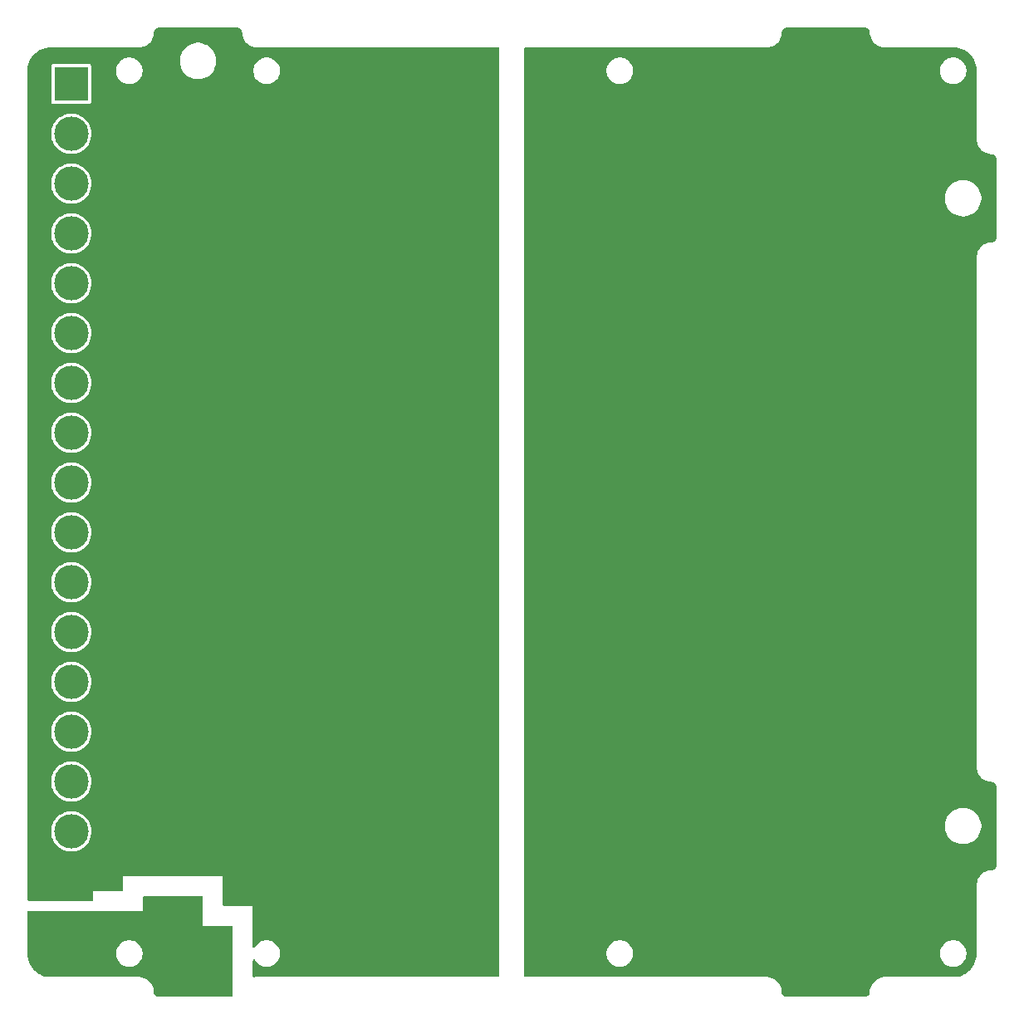
<source format=gbr>
%TF.GenerationSoftware,KiCad,Pcbnew,8.0.3-8.0.3-0~ubuntu22.04.1*%
%TF.CreationDate,2024-10-28T11:08:21+03:00*%
%TF.ProjectId,PM-DI16-DC24sink,504d2d44-4931-4362-9d44-43323473696e,rev?*%
%TF.SameCoordinates,Original*%
%TF.FileFunction,Copper,L2,Bot*%
%TF.FilePolarity,Positive*%
%FSLAX46Y46*%
G04 Gerber Fmt 4.6, Leading zero omitted, Abs format (unit mm)*
G04 Created by KiCad (PCBNEW 8.0.3-8.0.3-0~ubuntu22.04.1) date 2024-10-28 11:08:21*
%MOMM*%
%LPD*%
G01*
G04 APERTURE LIST*
%TA.AperFunction,ComponentPad*%
%ADD10O,6.350000X6.350000*%
%TD*%
%TA.AperFunction,ComponentPad*%
%ADD11R,3.500000X3.500000*%
%TD*%
%TA.AperFunction,ComponentPad*%
%ADD12C,3.500000*%
%TD*%
%TA.AperFunction,ViaPad*%
%ADD13C,0.600000*%
%TD*%
G04 APERTURE END LIST*
D10*
%TO.P,PE1,1*%
%TO.N,PE*%
X-32000000Y-46000000D03*
%TD*%
D11*
%TO.P,J1,1,Pin_1*%
%TO.N,/a0.0*%
X-44920000Y43650000D03*
D12*
%TO.P,J1,2,Pin_2*%
%TO.N,/a0.1*%
X-44920000Y38570000D03*
%TO.P,J1,3,Pin_3*%
%TO.N,/a0.2*%
X-44920000Y33490000D03*
%TO.P,J1,4,Pin_4*%
%TO.N,/a0.3*%
X-44920000Y28410000D03*
%TO.P,J1,5,Pin_5*%
%TO.N,/a0.4*%
X-44920000Y23330000D03*
%TO.P,J1,6,Pin_6*%
%TO.N,/a0.5*%
X-44920000Y18250000D03*
%TO.P,J1,7,Pin_7*%
%TO.N,/a0.6*%
X-44920000Y13170000D03*
%TO.P,J1,8,Pin_8*%
%TO.N,/a0.7*%
X-44920000Y8090000D03*
%TO.P,J1,9,Pin_9*%
%TO.N,/b0.0*%
X-44920000Y3010000D03*
%TO.P,J1,10,Pin_10*%
%TO.N,/b0.1*%
X-44920000Y-2070000D03*
%TO.P,J1,11,Pin_11*%
%TO.N,/b0.2*%
X-44920000Y-7150000D03*
%TO.P,J1,12,Pin_12*%
%TO.N,/b0.3*%
X-44920000Y-12230000D03*
%TO.P,J1,13,Pin_13*%
%TO.N,/b0.4*%
X-44920000Y-17310000D03*
%TO.P,J1,14,Pin_14*%
%TO.N,/b0.5*%
X-44920000Y-22390000D03*
%TO.P,J1,15,Pin_15*%
%TO.N,/b0.6*%
X-44920000Y-27470000D03*
%TO.P,J1,16,Pin_16*%
%TO.N,/b0.7*%
X-44920000Y-32550000D03*
%TO.P,J1,17,Pin_17*%
%TO.N,FGND*%
X-44920000Y-37630000D03*
%TO.P,J1,18,Pin_18*%
%TO.N,PE*%
X-44920000Y-42710000D03*
%TD*%
D13*
%TO.N,GND*%
X4193600Y7353400D03*
X4154100Y-17462500D03*
X27977900Y25281500D03*
X3951700Y-2366500D03*
X7620000Y15622700D03*
X3951700Y-22670000D03*
X12700000Y28135100D03*
X7620000Y-22660900D03*
X14108800Y37106800D03*
X7620000Y38317500D03*
X4161300Y27832100D03*
X4245900Y-37728800D03*
X11271300Y-33747600D03*
X27968100Y-34447000D03*
X12700000Y-12479700D03*
X3951700Y-32838800D03*
X7620000Y28131700D03*
X7620000Y7831700D03*
X9033000Y-3745400D03*
X3951700Y38285600D03*
X7620000Y-12489200D03*
X4155900Y2858200D03*
X38735000Y-3110700D03*
X4160500Y-7511300D03*
X44631200Y4818300D03*
X4199900Y17513700D03*
X38142200Y25458300D03*
X4154600Y-27825400D03*
X12700000Y15626100D03*
X12700000Y7830600D03*
X12700000Y-22640400D03*
X4153200Y22976000D03*
X12700000Y-2351300D03*
X6555400Y-32932900D03*
X4164200Y33298300D03*
X4168700Y-13038200D03*
X4179800Y12985000D03*
%TD*%
%TA.AperFunction,Conductor*%
%TO.N,PE*%
G36*
X-31552961Y-39135685D02*
G01*
X-31507206Y-39188489D01*
X-31496000Y-39240000D01*
X-31496000Y-42164000D01*
X-28572000Y-42164000D01*
X-28504961Y-42183685D01*
X-28459206Y-42236489D01*
X-28448000Y-42288000D01*
X-28448000Y-49275500D01*
X-28467685Y-49342539D01*
X-28520489Y-49388294D01*
X-28572000Y-49399500D01*
X-35993038Y-49399500D01*
X-36006922Y-49398720D01*
X-36019447Y-49397308D01*
X-36097265Y-49388540D01*
X-36124334Y-49382362D01*
X-36203538Y-49354648D01*
X-36228556Y-49342600D01*
X-36299605Y-49297957D01*
X-36321314Y-49280644D01*
X-36380645Y-49221313D01*
X-36397958Y-49199604D01*
X-36442601Y-49128555D01*
X-36454649Y-49103537D01*
X-36482363Y-49024333D01*
X-36488541Y-48997263D01*
X-36498720Y-48906922D01*
X-36499500Y-48893038D01*
X-36499500Y-48792683D01*
X-36499500Y-48792682D01*
X-36530046Y-48580231D01*
X-36590516Y-48374290D01*
X-36590517Y-48374288D01*
X-36590518Y-48374284D01*
X-36679673Y-48179061D01*
X-36679680Y-48179048D01*
X-36772880Y-48034026D01*
X-36795719Y-47998487D01*
X-36828828Y-47960277D01*
X-36936276Y-47836275D01*
X-37098486Y-47695720D01*
X-37098487Y-47695719D01*
X-37175366Y-47646312D01*
X-37279049Y-47579679D01*
X-37279062Y-47579672D01*
X-37474285Y-47490517D01*
X-37680226Y-47430047D01*
X-37680236Y-47430044D01*
X-37871246Y-47402582D01*
X-37892682Y-47399500D01*
X-37892683Y-47399500D01*
X-46996249Y-47399500D01*
X-47003736Y-47399274D01*
X-47281742Y-47382457D01*
X-47296606Y-47380652D01*
X-47566863Y-47331126D01*
X-47581403Y-47327542D01*
X-47843710Y-47245803D01*
X-47857710Y-47240494D01*
X-48108265Y-47127729D01*
X-48121524Y-47120770D01*
X-48356653Y-46978630D01*
X-48368976Y-46970124D01*
X-48585262Y-46800675D01*
X-48596470Y-46790745D01*
X-48790746Y-46596469D01*
X-48800676Y-46585261D01*
X-48970125Y-46368975D01*
X-48978627Y-46356658D01*
X-49120772Y-46121522D01*
X-49127730Y-46108264D01*
X-49240496Y-45857706D01*
X-49245804Y-45843709D01*
X-49327543Y-45581402D01*
X-49331127Y-45566862D01*
X-49340006Y-45518412D01*
X-49380653Y-45296605D01*
X-49382458Y-45281741D01*
X-49399274Y-45003736D01*
X-49399500Y-44996249D01*
X-49399500Y-44893713D01*
X-40350500Y-44893713D01*
X-40350500Y-45106286D01*
X-40317247Y-45316239D01*
X-40251556Y-45518414D01*
X-40155049Y-45707820D01*
X-40030110Y-45879786D01*
X-39879787Y-46030109D01*
X-39707821Y-46155048D01*
X-39707819Y-46155049D01*
X-39707816Y-46155051D01*
X-39518412Y-46251557D01*
X-39316243Y-46317246D01*
X-39106287Y-46350500D01*
X-39106286Y-46350500D01*
X-38893714Y-46350500D01*
X-38893713Y-46350500D01*
X-38683757Y-46317246D01*
X-38481588Y-46251557D01*
X-38292184Y-46155051D01*
X-38227787Y-46108264D01*
X-38120214Y-46030109D01*
X-38120212Y-46030106D01*
X-38120208Y-46030104D01*
X-37969896Y-45879792D01*
X-37969894Y-45879788D01*
X-37969891Y-45879786D01*
X-37844952Y-45707820D01*
X-37844953Y-45707820D01*
X-37844949Y-45707816D01*
X-37748443Y-45518412D01*
X-37682754Y-45316243D01*
X-37649500Y-45106287D01*
X-37649500Y-44893713D01*
X-37682754Y-44683757D01*
X-37748443Y-44481588D01*
X-37844949Y-44292184D01*
X-37844951Y-44292181D01*
X-37844952Y-44292179D01*
X-37969891Y-44120213D01*
X-38120214Y-43969890D01*
X-38292180Y-43844951D01*
X-38481586Y-43748444D01*
X-38481587Y-43748443D01*
X-38481588Y-43748443D01*
X-38683757Y-43682754D01*
X-38683759Y-43682753D01*
X-38683760Y-43682753D01*
X-38845043Y-43657208D01*
X-38893713Y-43649500D01*
X-39106287Y-43649500D01*
X-39154958Y-43657208D01*
X-39316240Y-43682753D01*
X-39518415Y-43748444D01*
X-39707821Y-43844951D01*
X-39879787Y-43969890D01*
X-40030110Y-44120213D01*
X-40155049Y-44292179D01*
X-40251556Y-44481585D01*
X-40317247Y-44683760D01*
X-40350500Y-44893713D01*
X-49399500Y-44893713D01*
X-49399500Y-40764000D01*
X-49379815Y-40696961D01*
X-49327011Y-40651206D01*
X-49275500Y-40640000D01*
X-37592000Y-40640000D01*
X-37592000Y-39240000D01*
X-37572315Y-39172961D01*
X-37519511Y-39127206D01*
X-37468000Y-39116000D01*
X-31620000Y-39116000D01*
X-31552961Y-39135685D01*
G37*
%TD.AperFunction*%
%TD*%
%TA.AperFunction,Conductor*%
%TO.N,FGND*%
G36*
X-27993078Y49398720D02*
G01*
X-27902734Y49388541D01*
X-27875669Y49382364D01*
X-27796460Y49354648D01*
X-27771447Y49342602D01*
X-27700394Y49297957D01*
X-27678687Y49280645D01*
X-27619356Y49221314D01*
X-27602043Y49199605D01*
X-27557400Y49128556D01*
X-27545352Y49103538D01*
X-27517638Y49024334D01*
X-27511460Y48997265D01*
X-27501280Y48906924D01*
X-27500500Y48893039D01*
X-27500500Y48792683D01*
X-27469956Y48580236D01*
X-27469953Y48580226D01*
X-27409483Y48374285D01*
X-27320328Y48179062D01*
X-27320321Y48179049D01*
X-27204280Y47998486D01*
X-27063725Y47836276D01*
X-27043600Y47818838D01*
X-26901513Y47695719D01*
X-26772469Y47612789D01*
X-26720952Y47579680D01*
X-26720939Y47579673D01*
X-26525716Y47490518D01*
X-26525712Y47490517D01*
X-26525710Y47490516D01*
X-26319769Y47430046D01*
X-26319768Y47430046D01*
X-26319765Y47430045D01*
X-26256416Y47420938D01*
X-26107318Y47399500D01*
X-26107317Y47399500D01*
X-1394000Y47399500D01*
X-1326961Y47379815D01*
X-1281206Y47327011D01*
X-1270000Y47275500D01*
X-1270000Y-47275500D01*
X-1289685Y-47342539D01*
X-1342489Y-47388294D01*
X-1394000Y-47399500D01*
X-26107320Y-47399500D01*
X-26274354Y-47423515D01*
X-26343512Y-47413571D01*
X-26396316Y-47367816D01*
X-26416000Y-47300777D01*
X-26416000Y-45712172D01*
X-26396315Y-45645133D01*
X-26343511Y-45599378D01*
X-26274353Y-45589434D01*
X-26210797Y-45618459D01*
X-26181515Y-45655877D01*
X-26155049Y-45707820D01*
X-26030110Y-45879786D01*
X-25879787Y-46030109D01*
X-25707821Y-46155048D01*
X-25707819Y-46155049D01*
X-25707816Y-46155051D01*
X-25518412Y-46251557D01*
X-25316243Y-46317246D01*
X-25106287Y-46350500D01*
X-25106286Y-46350500D01*
X-24893714Y-46350500D01*
X-24893713Y-46350500D01*
X-24683757Y-46317246D01*
X-24481588Y-46251557D01*
X-24292184Y-46155051D01*
X-24237200Y-46115103D01*
X-24120214Y-46030109D01*
X-24120212Y-46030106D01*
X-24120208Y-46030104D01*
X-23969896Y-45879792D01*
X-23969894Y-45879788D01*
X-23969891Y-45879786D01*
X-23844952Y-45707820D01*
X-23844953Y-45707820D01*
X-23844949Y-45707816D01*
X-23748443Y-45518412D01*
X-23682754Y-45316243D01*
X-23649500Y-45106287D01*
X-23649500Y-44893713D01*
X-23682754Y-44683757D01*
X-23748443Y-44481588D01*
X-23844949Y-44292184D01*
X-23844951Y-44292181D01*
X-23844952Y-44292179D01*
X-23969891Y-44120213D01*
X-24120214Y-43969890D01*
X-24292180Y-43844951D01*
X-24481586Y-43748444D01*
X-24481587Y-43748443D01*
X-24481588Y-43748443D01*
X-24683757Y-43682754D01*
X-24683759Y-43682753D01*
X-24683760Y-43682753D01*
X-24845043Y-43657208D01*
X-24893713Y-43649500D01*
X-25106287Y-43649500D01*
X-25154958Y-43657208D01*
X-25316240Y-43682753D01*
X-25518415Y-43748444D01*
X-25707821Y-43844951D01*
X-25879787Y-43969890D01*
X-26030110Y-44120213D01*
X-26155052Y-44292184D01*
X-26155053Y-44292185D01*
X-26181516Y-44344122D01*
X-26229490Y-44394918D01*
X-26297311Y-44411713D01*
X-26363446Y-44389175D01*
X-26406897Y-44334460D01*
X-26416000Y-44287827D01*
X-26416000Y-40132000D01*
X-29340000Y-40132000D01*
X-29407039Y-40112315D01*
X-29452794Y-40059511D01*
X-29464000Y-40008000D01*
X-29464000Y-37084000D01*
X-39624000Y-37084000D01*
X-39624000Y-38484000D01*
X-39643685Y-38551039D01*
X-39696489Y-38596794D01*
X-39748000Y-38608000D01*
X-42672000Y-38608000D01*
X-42672000Y-39500000D01*
X-42691685Y-39567039D01*
X-42744489Y-39612794D01*
X-42796000Y-39624000D01*
X-49275500Y-39624000D01*
X-49342539Y-39604315D01*
X-49388294Y-39551511D01*
X-49399500Y-39500000D01*
X-49399500Y-32550000D01*
X-46975291Y-32550000D01*
X-46956149Y-32829862D01*
X-46956148Y-32829864D01*
X-46899079Y-33104499D01*
X-46899074Y-33104516D01*
X-46805137Y-33368828D01*
X-46805136Y-33368830D01*
X-46676081Y-33617896D01*
X-46514312Y-33847069D01*
X-46514308Y-33847073D01*
X-46514308Y-33847074D01*
X-46322846Y-34052080D01*
X-46322845Y-34052081D01*
X-46105246Y-34229111D01*
X-46105244Y-34229112D01*
X-46105243Y-34229113D01*
X-45865567Y-34374863D01*
X-45656743Y-34465567D01*
X-45608275Y-34486620D01*
X-45338161Y-34562303D01*
X-45093841Y-34595884D01*
X-45060259Y-34600500D01*
X-45060258Y-34600500D01*
X-44779741Y-34600500D01*
X-44749781Y-34596381D01*
X-44501839Y-34562303D01*
X-44231725Y-34486620D01*
X-43974432Y-34374862D01*
X-43734754Y-34229111D01*
X-43517155Y-34052081D01*
X-43325688Y-33847069D01*
X-43163919Y-33617896D01*
X-43034864Y-33368830D01*
X-42940925Y-33104511D01*
X-42940924Y-33104504D01*
X-42940922Y-33104499D01*
X-42914429Y-32977005D01*
X-42883852Y-32829862D01*
X-42864709Y-32550000D01*
X-42883852Y-32270138D01*
X-42903557Y-32175315D01*
X-42940922Y-31995500D01*
X-42940927Y-31995483D01*
X-43034864Y-31731171D01*
X-43034864Y-31731170D01*
X-43163919Y-31482104D01*
X-43325688Y-31252931D01*
X-43325693Y-31252925D01*
X-43517155Y-31047919D01*
X-43734758Y-30870886D01*
X-43974434Y-30725136D01*
X-44231724Y-30613380D01*
X-44501834Y-30537698D01*
X-44501838Y-30537697D01*
X-44501839Y-30537697D01*
X-44640791Y-30518598D01*
X-44779741Y-30499500D01*
X-44779742Y-30499500D01*
X-45060258Y-30499500D01*
X-45060259Y-30499500D01*
X-45338161Y-30537697D01*
X-45338167Y-30537698D01*
X-45608277Y-30613380D01*
X-45865567Y-30725136D01*
X-46105243Y-30870886D01*
X-46322846Y-31047919D01*
X-46514308Y-31252925D01*
X-46514308Y-31252926D01*
X-46676081Y-31482103D01*
X-46805137Y-31731171D01*
X-46899074Y-31995483D01*
X-46899079Y-31995500D01*
X-46956148Y-32270135D01*
X-46956149Y-32270137D01*
X-46975291Y-32550000D01*
X-49399500Y-32550000D01*
X-49399500Y-27470000D01*
X-46975291Y-27470000D01*
X-46956149Y-27749862D01*
X-46956148Y-27749864D01*
X-46899079Y-28024499D01*
X-46899074Y-28024516D01*
X-46805137Y-28288828D01*
X-46805136Y-28288830D01*
X-46676081Y-28537896D01*
X-46514312Y-28767069D01*
X-46514308Y-28767073D01*
X-46514308Y-28767074D01*
X-46322846Y-28972080D01*
X-46322845Y-28972081D01*
X-46105246Y-29149111D01*
X-46105244Y-29149112D01*
X-46105243Y-29149113D01*
X-45865567Y-29294863D01*
X-45656743Y-29385567D01*
X-45608275Y-29406620D01*
X-45338161Y-29482303D01*
X-45093841Y-29515884D01*
X-45060259Y-29520500D01*
X-45060258Y-29520500D01*
X-44779741Y-29520500D01*
X-44749781Y-29516381D01*
X-44501839Y-29482303D01*
X-44231725Y-29406620D01*
X-43974432Y-29294862D01*
X-43734754Y-29149111D01*
X-43517155Y-28972081D01*
X-43325688Y-28767069D01*
X-43163919Y-28537896D01*
X-43034864Y-28288830D01*
X-42940925Y-28024511D01*
X-42940924Y-28024504D01*
X-42940922Y-28024499D01*
X-42914429Y-27897005D01*
X-42883852Y-27749862D01*
X-42864709Y-27470000D01*
X-42883852Y-27190138D01*
X-42903557Y-27095315D01*
X-42940922Y-26915500D01*
X-42940927Y-26915483D01*
X-43034864Y-26651171D01*
X-43034864Y-26651170D01*
X-43163919Y-26402104D01*
X-43325688Y-26172931D01*
X-43325693Y-26172925D01*
X-43517155Y-25967919D01*
X-43734758Y-25790886D01*
X-43974434Y-25645136D01*
X-44231724Y-25533380D01*
X-44501834Y-25457698D01*
X-44501838Y-25457697D01*
X-44501839Y-25457697D01*
X-44640791Y-25438598D01*
X-44779741Y-25419500D01*
X-44779742Y-25419500D01*
X-45060258Y-25419500D01*
X-45060259Y-25419500D01*
X-45338161Y-25457697D01*
X-45338167Y-25457698D01*
X-45608277Y-25533380D01*
X-45865567Y-25645136D01*
X-46105243Y-25790886D01*
X-46322846Y-25967919D01*
X-46514308Y-26172925D01*
X-46514308Y-26172926D01*
X-46676081Y-26402103D01*
X-46805137Y-26651171D01*
X-46899074Y-26915483D01*
X-46899079Y-26915500D01*
X-46956148Y-27190135D01*
X-46956149Y-27190137D01*
X-46975291Y-27470000D01*
X-49399500Y-27470000D01*
X-49399500Y-22390000D01*
X-46975291Y-22390000D01*
X-46956149Y-22669862D01*
X-46956148Y-22669864D01*
X-46899079Y-22944499D01*
X-46899074Y-22944516D01*
X-46805137Y-23208828D01*
X-46805136Y-23208830D01*
X-46676081Y-23457896D01*
X-46514312Y-23687069D01*
X-46514308Y-23687073D01*
X-46514308Y-23687074D01*
X-46322846Y-23892080D01*
X-46322845Y-23892081D01*
X-46105246Y-24069111D01*
X-46105244Y-24069112D01*
X-46105243Y-24069113D01*
X-45865567Y-24214863D01*
X-45656743Y-24305567D01*
X-45608275Y-24326620D01*
X-45338161Y-24402303D01*
X-45093841Y-24435884D01*
X-45060259Y-24440500D01*
X-45060258Y-24440500D01*
X-44779741Y-24440500D01*
X-44749781Y-24436381D01*
X-44501839Y-24402303D01*
X-44231725Y-24326620D01*
X-43974432Y-24214862D01*
X-43734754Y-24069111D01*
X-43517155Y-23892081D01*
X-43325688Y-23687069D01*
X-43163919Y-23457896D01*
X-43034864Y-23208830D01*
X-42940925Y-22944511D01*
X-42940924Y-22944504D01*
X-42940922Y-22944499D01*
X-42914429Y-22817005D01*
X-42883852Y-22669862D01*
X-42864709Y-22390000D01*
X-42883852Y-22110138D01*
X-42903557Y-22015315D01*
X-42940922Y-21835500D01*
X-42940927Y-21835483D01*
X-43034864Y-21571171D01*
X-43034864Y-21571170D01*
X-43163919Y-21322104D01*
X-43325688Y-21092931D01*
X-43325693Y-21092925D01*
X-43517155Y-20887919D01*
X-43734758Y-20710886D01*
X-43974434Y-20565136D01*
X-44231724Y-20453380D01*
X-44501834Y-20377698D01*
X-44501838Y-20377697D01*
X-44501839Y-20377697D01*
X-44640791Y-20358598D01*
X-44779741Y-20339500D01*
X-44779742Y-20339500D01*
X-45060258Y-20339500D01*
X-45060259Y-20339500D01*
X-45338161Y-20377697D01*
X-45338167Y-20377698D01*
X-45608277Y-20453380D01*
X-45865567Y-20565136D01*
X-46105243Y-20710886D01*
X-46322846Y-20887919D01*
X-46514308Y-21092925D01*
X-46514308Y-21092926D01*
X-46676081Y-21322103D01*
X-46805137Y-21571171D01*
X-46899074Y-21835483D01*
X-46899079Y-21835500D01*
X-46956148Y-22110135D01*
X-46956149Y-22110137D01*
X-46975291Y-22390000D01*
X-49399500Y-22390000D01*
X-49399500Y-17310000D01*
X-46975291Y-17310000D01*
X-46956149Y-17589862D01*
X-46956148Y-17589864D01*
X-46899079Y-17864499D01*
X-46899074Y-17864516D01*
X-46805137Y-18128828D01*
X-46805136Y-18128830D01*
X-46676081Y-18377896D01*
X-46514312Y-18607069D01*
X-46514308Y-18607073D01*
X-46514308Y-18607074D01*
X-46322846Y-18812080D01*
X-46322845Y-18812081D01*
X-46105246Y-18989111D01*
X-46105244Y-18989112D01*
X-46105243Y-18989113D01*
X-45865567Y-19134863D01*
X-45656743Y-19225567D01*
X-45608275Y-19246620D01*
X-45338161Y-19322303D01*
X-45093841Y-19355884D01*
X-45060259Y-19360500D01*
X-45060258Y-19360500D01*
X-44779741Y-19360500D01*
X-44749781Y-19356381D01*
X-44501839Y-19322303D01*
X-44231725Y-19246620D01*
X-43974432Y-19134862D01*
X-43734754Y-18989111D01*
X-43517155Y-18812081D01*
X-43325688Y-18607069D01*
X-43163919Y-18377896D01*
X-43034864Y-18128830D01*
X-42940925Y-17864511D01*
X-42940924Y-17864504D01*
X-42940922Y-17864499D01*
X-42914429Y-17737005D01*
X-42883852Y-17589862D01*
X-42864709Y-17310000D01*
X-42883852Y-17030138D01*
X-42903557Y-16935315D01*
X-42940922Y-16755500D01*
X-42940927Y-16755483D01*
X-43034864Y-16491171D01*
X-43034864Y-16491170D01*
X-43163919Y-16242104D01*
X-43325688Y-16012931D01*
X-43325693Y-16012925D01*
X-43517155Y-15807919D01*
X-43734758Y-15630886D01*
X-43974434Y-15485136D01*
X-44231724Y-15373380D01*
X-44501834Y-15297698D01*
X-44501838Y-15297697D01*
X-44501839Y-15297697D01*
X-44640791Y-15278598D01*
X-44779741Y-15259500D01*
X-44779742Y-15259500D01*
X-45060258Y-15259500D01*
X-45060259Y-15259500D01*
X-45338161Y-15297697D01*
X-45338167Y-15297698D01*
X-45608277Y-15373380D01*
X-45865567Y-15485136D01*
X-46105243Y-15630886D01*
X-46322846Y-15807919D01*
X-46514308Y-16012925D01*
X-46514308Y-16012926D01*
X-46676081Y-16242103D01*
X-46805137Y-16491171D01*
X-46899074Y-16755483D01*
X-46899079Y-16755500D01*
X-46956148Y-17030135D01*
X-46956149Y-17030137D01*
X-46975291Y-17310000D01*
X-49399500Y-17310000D01*
X-49399500Y-12230000D01*
X-46975291Y-12230000D01*
X-46956149Y-12509862D01*
X-46956148Y-12509864D01*
X-46899079Y-12784499D01*
X-46899074Y-12784516D01*
X-46805137Y-13048828D01*
X-46805136Y-13048830D01*
X-46676081Y-13297896D01*
X-46514312Y-13527069D01*
X-46514308Y-13527073D01*
X-46514308Y-13527074D01*
X-46322846Y-13732080D01*
X-46322845Y-13732081D01*
X-46105246Y-13909111D01*
X-46105244Y-13909112D01*
X-46105243Y-13909113D01*
X-45865567Y-14054863D01*
X-45656743Y-14145567D01*
X-45608275Y-14166620D01*
X-45338161Y-14242303D01*
X-45093841Y-14275884D01*
X-45060259Y-14280500D01*
X-45060258Y-14280500D01*
X-44779741Y-14280500D01*
X-44749781Y-14276381D01*
X-44501839Y-14242303D01*
X-44231725Y-14166620D01*
X-43974432Y-14054862D01*
X-43734754Y-13909111D01*
X-43517155Y-13732081D01*
X-43325688Y-13527069D01*
X-43163919Y-13297896D01*
X-43034864Y-13048830D01*
X-42940925Y-12784511D01*
X-42940924Y-12784504D01*
X-42940922Y-12784499D01*
X-42914429Y-12657005D01*
X-42883852Y-12509862D01*
X-42864709Y-12230000D01*
X-42883852Y-11950138D01*
X-42903557Y-11855315D01*
X-42940922Y-11675500D01*
X-42940927Y-11675483D01*
X-43034864Y-11411171D01*
X-43034864Y-11411170D01*
X-43163919Y-11162104D01*
X-43325688Y-10932931D01*
X-43325693Y-10932925D01*
X-43517155Y-10727919D01*
X-43734758Y-10550886D01*
X-43974434Y-10405136D01*
X-44231724Y-10293380D01*
X-44501834Y-10217698D01*
X-44501838Y-10217697D01*
X-44501839Y-10217697D01*
X-44640791Y-10198598D01*
X-44779741Y-10179500D01*
X-44779742Y-10179500D01*
X-45060258Y-10179500D01*
X-45060259Y-10179500D01*
X-45338161Y-10217697D01*
X-45338167Y-10217698D01*
X-45608277Y-10293380D01*
X-45865567Y-10405136D01*
X-46105243Y-10550886D01*
X-46322846Y-10727919D01*
X-46514308Y-10932925D01*
X-46514308Y-10932926D01*
X-46676081Y-11162103D01*
X-46805137Y-11411171D01*
X-46899074Y-11675483D01*
X-46899079Y-11675500D01*
X-46956148Y-11950135D01*
X-46956149Y-11950137D01*
X-46975291Y-12230000D01*
X-49399500Y-12230000D01*
X-49399500Y-7150000D01*
X-46975291Y-7150000D01*
X-46956149Y-7429862D01*
X-46956148Y-7429864D01*
X-46899079Y-7704499D01*
X-46899074Y-7704516D01*
X-46805137Y-7968828D01*
X-46805136Y-7968830D01*
X-46676081Y-8217896D01*
X-46514312Y-8447069D01*
X-46514308Y-8447073D01*
X-46514308Y-8447074D01*
X-46322846Y-8652080D01*
X-46322845Y-8652081D01*
X-46105246Y-8829111D01*
X-46105244Y-8829112D01*
X-46105243Y-8829113D01*
X-45865567Y-8974863D01*
X-45656743Y-9065567D01*
X-45608275Y-9086620D01*
X-45338161Y-9162303D01*
X-45093841Y-9195884D01*
X-45060259Y-9200500D01*
X-45060258Y-9200500D01*
X-44779741Y-9200500D01*
X-44749781Y-9196381D01*
X-44501839Y-9162303D01*
X-44231725Y-9086620D01*
X-43974432Y-8974862D01*
X-43734754Y-8829111D01*
X-43517155Y-8652081D01*
X-43325688Y-8447069D01*
X-43163919Y-8217896D01*
X-43034864Y-7968830D01*
X-42940925Y-7704511D01*
X-42940924Y-7704504D01*
X-42940922Y-7704499D01*
X-42914429Y-7577005D01*
X-42883852Y-7429862D01*
X-42864709Y-7150000D01*
X-42883852Y-6870138D01*
X-42903557Y-6775315D01*
X-42940922Y-6595500D01*
X-42940927Y-6595483D01*
X-43034864Y-6331171D01*
X-43034864Y-6331170D01*
X-43163919Y-6082104D01*
X-43325688Y-5852931D01*
X-43325693Y-5852925D01*
X-43517155Y-5647919D01*
X-43734758Y-5470886D01*
X-43974434Y-5325136D01*
X-44231724Y-5213380D01*
X-44501834Y-5137698D01*
X-44501838Y-5137697D01*
X-44501839Y-5137697D01*
X-44640791Y-5118598D01*
X-44779741Y-5099500D01*
X-44779742Y-5099500D01*
X-45060258Y-5099500D01*
X-45060259Y-5099500D01*
X-45338161Y-5137697D01*
X-45338167Y-5137698D01*
X-45608277Y-5213380D01*
X-45865567Y-5325136D01*
X-46105243Y-5470886D01*
X-46322846Y-5647919D01*
X-46514308Y-5852925D01*
X-46514308Y-5852926D01*
X-46676081Y-6082103D01*
X-46805137Y-6331171D01*
X-46899074Y-6595483D01*
X-46899079Y-6595500D01*
X-46956148Y-6870135D01*
X-46956149Y-6870137D01*
X-46975291Y-7150000D01*
X-49399500Y-7150000D01*
X-49399500Y-2070000D01*
X-46975291Y-2070000D01*
X-46956149Y-2349862D01*
X-46956148Y-2349864D01*
X-46899079Y-2624499D01*
X-46899074Y-2624516D01*
X-46805137Y-2888828D01*
X-46805136Y-2888830D01*
X-46676081Y-3137896D01*
X-46514312Y-3367069D01*
X-46514308Y-3367073D01*
X-46514308Y-3367074D01*
X-46322846Y-3572080D01*
X-46322845Y-3572081D01*
X-46105246Y-3749111D01*
X-46105244Y-3749112D01*
X-46105243Y-3749113D01*
X-45865567Y-3894863D01*
X-45656743Y-3985567D01*
X-45608275Y-4006620D01*
X-45338161Y-4082303D01*
X-45093841Y-4115884D01*
X-45060259Y-4120500D01*
X-45060258Y-4120500D01*
X-44779741Y-4120500D01*
X-44749781Y-4116381D01*
X-44501839Y-4082303D01*
X-44231725Y-4006620D01*
X-43974432Y-3894862D01*
X-43734754Y-3749111D01*
X-43517155Y-3572081D01*
X-43325688Y-3367069D01*
X-43163919Y-3137896D01*
X-43034864Y-2888830D01*
X-42940925Y-2624511D01*
X-42940924Y-2624504D01*
X-42940922Y-2624499D01*
X-42914429Y-2497005D01*
X-42883852Y-2349862D01*
X-42864709Y-2070000D01*
X-42883852Y-1790138D01*
X-42903557Y-1695315D01*
X-42940922Y-1515500D01*
X-42940927Y-1515483D01*
X-43034864Y-1251171D01*
X-43034864Y-1251170D01*
X-43163919Y-1002104D01*
X-43325688Y-772931D01*
X-43325693Y-772925D01*
X-43517155Y-567919D01*
X-43734758Y-390886D01*
X-43974434Y-245136D01*
X-44231724Y-133380D01*
X-44501834Y-57698D01*
X-44501838Y-57697D01*
X-44501839Y-57697D01*
X-44640791Y-38598D01*
X-44779741Y-19500D01*
X-44779742Y-19500D01*
X-45060258Y-19500D01*
X-45060259Y-19500D01*
X-45338161Y-57697D01*
X-45338167Y-57698D01*
X-45608277Y-133380D01*
X-45865567Y-245136D01*
X-46105243Y-390886D01*
X-46322846Y-567919D01*
X-46514308Y-772925D01*
X-46514308Y-772926D01*
X-46676081Y-1002103D01*
X-46805137Y-1251171D01*
X-46899074Y-1515483D01*
X-46899079Y-1515500D01*
X-46956148Y-1790135D01*
X-46956149Y-1790137D01*
X-46975291Y-2070000D01*
X-49399500Y-2070000D01*
X-49399500Y3010000D01*
X-46975291Y3010000D01*
X-46956149Y2730138D01*
X-46956148Y2730136D01*
X-46899079Y2455501D01*
X-46899074Y2455484D01*
X-46805137Y2191172D01*
X-46805136Y2191170D01*
X-46676081Y1942104D01*
X-46514312Y1712931D01*
X-46514308Y1712927D01*
X-46514308Y1712926D01*
X-46322846Y1507920D01*
X-46322845Y1507919D01*
X-46105246Y1330889D01*
X-46105244Y1330888D01*
X-46105243Y1330887D01*
X-45865567Y1185137D01*
X-45656743Y1094433D01*
X-45608275Y1073380D01*
X-45338161Y997697D01*
X-45093841Y964116D01*
X-45060259Y959500D01*
X-45060258Y959500D01*
X-44779741Y959500D01*
X-44749781Y963619D01*
X-44501839Y997697D01*
X-44231725Y1073380D01*
X-43974432Y1185138D01*
X-43734754Y1330889D01*
X-43517155Y1507919D01*
X-43325688Y1712931D01*
X-43163919Y1942104D01*
X-43034864Y2191170D01*
X-42940925Y2455489D01*
X-42940924Y2455496D01*
X-42940922Y2455501D01*
X-42914429Y2582995D01*
X-42883852Y2730138D01*
X-42864709Y3010000D01*
X-42883852Y3289862D01*
X-42903557Y3384685D01*
X-42940922Y3564500D01*
X-42940927Y3564517D01*
X-43034864Y3828829D01*
X-43034864Y3828830D01*
X-43163919Y4077896D01*
X-43325688Y4307069D01*
X-43325693Y4307075D01*
X-43517155Y4512081D01*
X-43734758Y4689114D01*
X-43974434Y4834864D01*
X-44231724Y4946620D01*
X-44501834Y5022302D01*
X-44501838Y5022303D01*
X-44501839Y5022303D01*
X-44640791Y5041402D01*
X-44779741Y5060500D01*
X-44779742Y5060500D01*
X-45060258Y5060500D01*
X-45060259Y5060500D01*
X-45338161Y5022303D01*
X-45338167Y5022302D01*
X-45608277Y4946620D01*
X-45865567Y4834864D01*
X-46105243Y4689114D01*
X-46322846Y4512081D01*
X-46514308Y4307075D01*
X-46514308Y4307074D01*
X-46676081Y4077897D01*
X-46805137Y3828829D01*
X-46899074Y3564517D01*
X-46899079Y3564500D01*
X-46956148Y3289865D01*
X-46956149Y3289863D01*
X-46975291Y3010000D01*
X-49399500Y3010000D01*
X-49399500Y8090000D01*
X-46975291Y8090000D01*
X-46956149Y7810138D01*
X-46956148Y7810136D01*
X-46899079Y7535501D01*
X-46899074Y7535484D01*
X-46805137Y7271172D01*
X-46805136Y7271170D01*
X-46676081Y7022104D01*
X-46514312Y6792931D01*
X-46514308Y6792927D01*
X-46514308Y6792926D01*
X-46322846Y6587920D01*
X-46322845Y6587919D01*
X-46105246Y6410889D01*
X-46105244Y6410888D01*
X-46105243Y6410887D01*
X-45865567Y6265137D01*
X-45656743Y6174433D01*
X-45608275Y6153380D01*
X-45338161Y6077697D01*
X-45093841Y6044116D01*
X-45060259Y6039500D01*
X-45060258Y6039500D01*
X-44779741Y6039500D01*
X-44749781Y6043619D01*
X-44501839Y6077697D01*
X-44231725Y6153380D01*
X-43974432Y6265138D01*
X-43734754Y6410889D01*
X-43517155Y6587919D01*
X-43325688Y6792931D01*
X-43163919Y7022104D01*
X-43034864Y7271170D01*
X-42940925Y7535489D01*
X-42940924Y7535496D01*
X-42940922Y7535501D01*
X-42914429Y7662995D01*
X-42883852Y7810138D01*
X-42864709Y8090000D01*
X-42883852Y8369862D01*
X-42903557Y8464685D01*
X-42940922Y8644500D01*
X-42940927Y8644517D01*
X-43034864Y8908829D01*
X-43034864Y8908830D01*
X-43163919Y9157896D01*
X-43325688Y9387069D01*
X-43325693Y9387075D01*
X-43517155Y9592081D01*
X-43734758Y9769114D01*
X-43974434Y9914864D01*
X-44231724Y10026620D01*
X-44501834Y10102302D01*
X-44501838Y10102303D01*
X-44501839Y10102303D01*
X-44640791Y10121402D01*
X-44779741Y10140500D01*
X-44779742Y10140500D01*
X-45060258Y10140500D01*
X-45060259Y10140500D01*
X-45338161Y10102303D01*
X-45338167Y10102302D01*
X-45608277Y10026620D01*
X-45865567Y9914864D01*
X-46105243Y9769114D01*
X-46322846Y9592081D01*
X-46514308Y9387075D01*
X-46514308Y9387074D01*
X-46676081Y9157897D01*
X-46805137Y8908829D01*
X-46899074Y8644517D01*
X-46899079Y8644500D01*
X-46956148Y8369865D01*
X-46956149Y8369863D01*
X-46975291Y8090000D01*
X-49399500Y8090000D01*
X-49399500Y13170000D01*
X-46975291Y13170000D01*
X-46956149Y12890138D01*
X-46956148Y12890136D01*
X-46899079Y12615501D01*
X-46899074Y12615484D01*
X-46805137Y12351172D01*
X-46805136Y12351170D01*
X-46676081Y12102104D01*
X-46514312Y11872931D01*
X-46514308Y11872927D01*
X-46514308Y11872926D01*
X-46322846Y11667920D01*
X-46322845Y11667919D01*
X-46105246Y11490889D01*
X-46105244Y11490888D01*
X-46105243Y11490887D01*
X-45865567Y11345137D01*
X-45656743Y11254433D01*
X-45608275Y11233380D01*
X-45338161Y11157697D01*
X-45093841Y11124116D01*
X-45060259Y11119500D01*
X-45060258Y11119500D01*
X-44779741Y11119500D01*
X-44749781Y11123619D01*
X-44501839Y11157697D01*
X-44231725Y11233380D01*
X-43974432Y11345138D01*
X-43734754Y11490889D01*
X-43517155Y11667919D01*
X-43325688Y11872931D01*
X-43163919Y12102104D01*
X-43034864Y12351170D01*
X-42940925Y12615489D01*
X-42940924Y12615496D01*
X-42940922Y12615501D01*
X-42914429Y12742995D01*
X-42883852Y12890138D01*
X-42864709Y13170000D01*
X-42883852Y13449862D01*
X-42903557Y13544685D01*
X-42940922Y13724500D01*
X-42940927Y13724517D01*
X-43034864Y13988829D01*
X-43034864Y13988830D01*
X-43163919Y14237896D01*
X-43325688Y14467069D01*
X-43325693Y14467075D01*
X-43517155Y14672081D01*
X-43734758Y14849114D01*
X-43974434Y14994864D01*
X-44231724Y15106620D01*
X-44501834Y15182302D01*
X-44501838Y15182303D01*
X-44501839Y15182303D01*
X-44640791Y15201402D01*
X-44779741Y15220500D01*
X-44779742Y15220500D01*
X-45060258Y15220500D01*
X-45060259Y15220500D01*
X-45338161Y15182303D01*
X-45338167Y15182302D01*
X-45608277Y15106620D01*
X-45865567Y14994864D01*
X-46105243Y14849114D01*
X-46322846Y14672081D01*
X-46514308Y14467075D01*
X-46514308Y14467074D01*
X-46676081Y14237897D01*
X-46805137Y13988829D01*
X-46899074Y13724517D01*
X-46899079Y13724500D01*
X-46956148Y13449865D01*
X-46956149Y13449863D01*
X-46975291Y13170000D01*
X-49399500Y13170000D01*
X-49399500Y18250000D01*
X-46975291Y18250000D01*
X-46956149Y17970138D01*
X-46956148Y17970136D01*
X-46899079Y17695501D01*
X-46899074Y17695484D01*
X-46805137Y17431172D01*
X-46805136Y17431170D01*
X-46676081Y17182104D01*
X-46514312Y16952931D01*
X-46514308Y16952927D01*
X-46514308Y16952926D01*
X-46322846Y16747920D01*
X-46322845Y16747919D01*
X-46105246Y16570889D01*
X-46105244Y16570888D01*
X-46105243Y16570887D01*
X-45865567Y16425137D01*
X-45656743Y16334433D01*
X-45608275Y16313380D01*
X-45338161Y16237697D01*
X-45093841Y16204116D01*
X-45060259Y16199500D01*
X-45060258Y16199500D01*
X-44779741Y16199500D01*
X-44749781Y16203619D01*
X-44501839Y16237697D01*
X-44231725Y16313380D01*
X-43974432Y16425138D01*
X-43734754Y16570889D01*
X-43517155Y16747919D01*
X-43325688Y16952931D01*
X-43163919Y17182104D01*
X-43034864Y17431170D01*
X-42940925Y17695489D01*
X-42940924Y17695496D01*
X-42940922Y17695501D01*
X-42914429Y17822995D01*
X-42883852Y17970138D01*
X-42864709Y18250000D01*
X-42883852Y18529862D01*
X-42903557Y18624685D01*
X-42940922Y18804500D01*
X-42940927Y18804517D01*
X-43034864Y19068829D01*
X-43034864Y19068830D01*
X-43163919Y19317896D01*
X-43325688Y19547069D01*
X-43325693Y19547075D01*
X-43517155Y19752081D01*
X-43734758Y19929114D01*
X-43974434Y20074864D01*
X-44231724Y20186620D01*
X-44501834Y20262302D01*
X-44501838Y20262303D01*
X-44501839Y20262303D01*
X-44640791Y20281402D01*
X-44779741Y20300500D01*
X-44779742Y20300500D01*
X-45060258Y20300500D01*
X-45060259Y20300500D01*
X-45338161Y20262303D01*
X-45338167Y20262302D01*
X-45608277Y20186620D01*
X-45865567Y20074864D01*
X-46105243Y19929114D01*
X-46322846Y19752081D01*
X-46514308Y19547075D01*
X-46514308Y19547074D01*
X-46676081Y19317897D01*
X-46805137Y19068829D01*
X-46899074Y18804517D01*
X-46899079Y18804500D01*
X-46956148Y18529865D01*
X-46956149Y18529863D01*
X-46975291Y18250000D01*
X-49399500Y18250000D01*
X-49399500Y23330000D01*
X-46975291Y23330000D01*
X-46956149Y23050138D01*
X-46956148Y23050136D01*
X-46899079Y22775501D01*
X-46899074Y22775484D01*
X-46805137Y22511172D01*
X-46805136Y22511170D01*
X-46676081Y22262104D01*
X-46514312Y22032931D01*
X-46514308Y22032927D01*
X-46514308Y22032926D01*
X-46322846Y21827920D01*
X-46322845Y21827919D01*
X-46105246Y21650889D01*
X-46105244Y21650888D01*
X-46105243Y21650887D01*
X-45865567Y21505137D01*
X-45656743Y21414433D01*
X-45608275Y21393380D01*
X-45338161Y21317697D01*
X-45093841Y21284116D01*
X-45060259Y21279500D01*
X-45060258Y21279500D01*
X-44779741Y21279500D01*
X-44749781Y21283619D01*
X-44501839Y21317697D01*
X-44231725Y21393380D01*
X-43974432Y21505138D01*
X-43734754Y21650889D01*
X-43517155Y21827919D01*
X-43325688Y22032931D01*
X-43163919Y22262104D01*
X-43034864Y22511170D01*
X-42940925Y22775489D01*
X-42940924Y22775496D01*
X-42940922Y22775501D01*
X-42914429Y22902995D01*
X-42883852Y23050138D01*
X-42864709Y23330000D01*
X-42883852Y23609862D01*
X-42903557Y23704685D01*
X-42940922Y23884500D01*
X-42940927Y23884517D01*
X-43034864Y24148829D01*
X-43034864Y24148830D01*
X-43163919Y24397896D01*
X-43325688Y24627069D01*
X-43325693Y24627075D01*
X-43517155Y24832081D01*
X-43734758Y25009114D01*
X-43974434Y25154864D01*
X-44231724Y25266620D01*
X-44501834Y25342302D01*
X-44501838Y25342303D01*
X-44501839Y25342303D01*
X-44640791Y25361402D01*
X-44779741Y25380500D01*
X-44779742Y25380500D01*
X-45060258Y25380500D01*
X-45060259Y25380500D01*
X-45338161Y25342303D01*
X-45338167Y25342302D01*
X-45608277Y25266620D01*
X-45865567Y25154864D01*
X-46105243Y25009114D01*
X-46322846Y24832081D01*
X-46514308Y24627075D01*
X-46514308Y24627074D01*
X-46676081Y24397897D01*
X-46805137Y24148829D01*
X-46899074Y23884517D01*
X-46899079Y23884500D01*
X-46956148Y23609865D01*
X-46956149Y23609863D01*
X-46975291Y23330000D01*
X-49399500Y23330000D01*
X-49399500Y28410000D01*
X-46975291Y28410000D01*
X-46956149Y28130138D01*
X-46956148Y28130136D01*
X-46899079Y27855501D01*
X-46899074Y27855484D01*
X-46805137Y27591172D01*
X-46805136Y27591170D01*
X-46676081Y27342104D01*
X-46514312Y27112931D01*
X-46514308Y27112927D01*
X-46514308Y27112926D01*
X-46322846Y26907920D01*
X-46322845Y26907919D01*
X-46105246Y26730889D01*
X-46105244Y26730888D01*
X-46105243Y26730887D01*
X-45865567Y26585137D01*
X-45656743Y26494433D01*
X-45608275Y26473380D01*
X-45338161Y26397697D01*
X-45093841Y26364116D01*
X-45060259Y26359500D01*
X-45060258Y26359500D01*
X-44779741Y26359500D01*
X-44749781Y26363619D01*
X-44501839Y26397697D01*
X-44231725Y26473380D01*
X-43974432Y26585138D01*
X-43734754Y26730889D01*
X-43517155Y26907919D01*
X-43325688Y27112931D01*
X-43163919Y27342104D01*
X-43034864Y27591170D01*
X-42940925Y27855489D01*
X-42940924Y27855496D01*
X-42940922Y27855501D01*
X-42914429Y27982995D01*
X-42883852Y28130138D01*
X-42864709Y28410000D01*
X-42883852Y28689862D01*
X-42903557Y28784685D01*
X-42940922Y28964500D01*
X-42940927Y28964517D01*
X-43034864Y29228829D01*
X-43034864Y29228830D01*
X-43163919Y29477896D01*
X-43325688Y29707069D01*
X-43325693Y29707075D01*
X-43517155Y29912081D01*
X-43734758Y30089114D01*
X-43974434Y30234864D01*
X-44231724Y30346620D01*
X-44501834Y30422302D01*
X-44501838Y30422303D01*
X-44501839Y30422303D01*
X-44640791Y30441402D01*
X-44779741Y30460500D01*
X-44779742Y30460500D01*
X-45060258Y30460500D01*
X-45060259Y30460500D01*
X-45338161Y30422303D01*
X-45338167Y30422302D01*
X-45608277Y30346620D01*
X-45865567Y30234864D01*
X-46105243Y30089114D01*
X-46322846Y29912081D01*
X-46514308Y29707075D01*
X-46514308Y29707074D01*
X-46676081Y29477897D01*
X-46805137Y29228829D01*
X-46899074Y28964517D01*
X-46899079Y28964500D01*
X-46956148Y28689865D01*
X-46956149Y28689863D01*
X-46975291Y28410000D01*
X-49399500Y28410000D01*
X-49399500Y33490000D01*
X-46975291Y33490000D01*
X-46956149Y33210138D01*
X-46956148Y33210136D01*
X-46899079Y32935501D01*
X-46899074Y32935484D01*
X-46805137Y32671172D01*
X-46805136Y32671170D01*
X-46676081Y32422104D01*
X-46514312Y32192931D01*
X-46514308Y32192927D01*
X-46514308Y32192926D01*
X-46322846Y31987920D01*
X-46322845Y31987919D01*
X-46105246Y31810889D01*
X-46105244Y31810888D01*
X-46105243Y31810887D01*
X-45865567Y31665137D01*
X-45656743Y31574433D01*
X-45608275Y31553380D01*
X-45338161Y31477697D01*
X-45093841Y31444116D01*
X-45060259Y31439500D01*
X-45060258Y31439500D01*
X-44779741Y31439500D01*
X-44749781Y31443619D01*
X-44501839Y31477697D01*
X-44231725Y31553380D01*
X-43974432Y31665138D01*
X-43734754Y31810889D01*
X-43517155Y31987919D01*
X-43325688Y32192931D01*
X-43163919Y32422104D01*
X-43034864Y32671170D01*
X-42940925Y32935489D01*
X-42940924Y32935496D01*
X-42940922Y32935501D01*
X-42914429Y33062995D01*
X-42883852Y33210138D01*
X-42864709Y33490000D01*
X-42883852Y33769862D01*
X-42903557Y33864685D01*
X-42940922Y34044500D01*
X-42940927Y34044517D01*
X-43034864Y34308829D01*
X-43034864Y34308830D01*
X-43163919Y34557896D01*
X-43325688Y34787069D01*
X-43325693Y34787075D01*
X-43517155Y34992081D01*
X-43734758Y35169114D01*
X-43974434Y35314864D01*
X-44231724Y35426620D01*
X-44501834Y35502302D01*
X-44501838Y35502303D01*
X-44501839Y35502303D01*
X-44640791Y35521402D01*
X-44779741Y35540500D01*
X-44779742Y35540500D01*
X-45060258Y35540500D01*
X-45060259Y35540500D01*
X-45338161Y35502303D01*
X-45338167Y35502302D01*
X-45608277Y35426620D01*
X-45865567Y35314864D01*
X-46105243Y35169114D01*
X-46322846Y34992081D01*
X-46514308Y34787075D01*
X-46514308Y34787074D01*
X-46676081Y34557897D01*
X-46805137Y34308829D01*
X-46899074Y34044517D01*
X-46899079Y34044500D01*
X-46956148Y33769865D01*
X-46956149Y33769863D01*
X-46975291Y33490000D01*
X-49399500Y33490000D01*
X-49399500Y38570000D01*
X-46975291Y38570000D01*
X-46956149Y38290138D01*
X-46956148Y38290136D01*
X-46899079Y38015501D01*
X-46899074Y38015484D01*
X-46805137Y37751172D01*
X-46805136Y37751170D01*
X-46676081Y37502104D01*
X-46514312Y37272931D01*
X-46514308Y37272927D01*
X-46514308Y37272926D01*
X-46322846Y37067920D01*
X-46322845Y37067919D01*
X-46105246Y36890889D01*
X-46105244Y36890888D01*
X-46105243Y36890887D01*
X-45865567Y36745137D01*
X-45656743Y36654433D01*
X-45608275Y36633380D01*
X-45338161Y36557697D01*
X-45093841Y36524116D01*
X-45060259Y36519500D01*
X-45060258Y36519500D01*
X-44779741Y36519500D01*
X-44749781Y36523619D01*
X-44501839Y36557697D01*
X-44231725Y36633380D01*
X-43974432Y36745138D01*
X-43734754Y36890889D01*
X-43517155Y37067919D01*
X-43325688Y37272931D01*
X-43163919Y37502104D01*
X-43034864Y37751170D01*
X-42940925Y38015489D01*
X-42940924Y38015496D01*
X-42940922Y38015501D01*
X-42914429Y38142995D01*
X-42883852Y38290138D01*
X-42864709Y38570000D01*
X-42883852Y38849862D01*
X-42903557Y38944685D01*
X-42940922Y39124500D01*
X-42940927Y39124517D01*
X-43034864Y39388829D01*
X-43034864Y39388830D01*
X-43163919Y39637896D01*
X-43325688Y39867069D01*
X-43325693Y39867075D01*
X-43517155Y40072081D01*
X-43734758Y40249114D01*
X-43974434Y40394864D01*
X-44231724Y40506620D01*
X-44501834Y40582302D01*
X-44501838Y40582303D01*
X-44501839Y40582303D01*
X-44640791Y40601402D01*
X-44779741Y40620500D01*
X-44779742Y40620500D01*
X-45060258Y40620500D01*
X-45060259Y40620500D01*
X-45338161Y40582303D01*
X-45338167Y40582302D01*
X-45608277Y40506620D01*
X-45865567Y40394864D01*
X-46105243Y40249114D01*
X-46322846Y40072081D01*
X-46514308Y39867075D01*
X-46514308Y39867074D01*
X-46676081Y39637897D01*
X-46805137Y39388829D01*
X-46899074Y39124517D01*
X-46899079Y39124500D01*
X-46956148Y38849865D01*
X-46956149Y38849863D01*
X-46975291Y38570000D01*
X-49399500Y38570000D01*
X-49399500Y44996250D01*
X-49399274Y45003737D01*
X-49388625Y45179788D01*
X-49382458Y45281745D01*
X-49380653Y45296606D01*
X-49377054Y45316243D01*
X-49353483Y45444869D01*
X-46970500Y45444869D01*
X-46970500Y41855144D01*
X-46970498Y41855118D01*
X-46967587Y41830013D01*
X-46967585Y41830009D01*
X-46922207Y41727236D01*
X-46922206Y41727235D01*
X-46842765Y41647794D01*
X-46739991Y41602415D01*
X-46714865Y41599500D01*
X-43125136Y41599501D01*
X-43125121Y41599503D01*
X-43125118Y41599503D01*
X-43100013Y41602414D01*
X-43100012Y41602415D01*
X-43100009Y41602415D01*
X-42997235Y41647794D01*
X-42917794Y41727235D01*
X-42872415Y41830009D01*
X-42869500Y41855135D01*
X-42869501Y45106287D01*
X-40350500Y45106287D01*
X-40350500Y44893713D01*
X-40317246Y44683757D01*
X-40291895Y44605734D01*
X-40251556Y44481586D01*
X-40155049Y44292180D01*
X-40030110Y44120214D01*
X-39879787Y43969891D01*
X-39707821Y43844952D01*
X-39707819Y43844951D01*
X-39707816Y43844949D01*
X-39518412Y43748443D01*
X-39316243Y43682754D01*
X-39106287Y43649500D01*
X-39106286Y43649500D01*
X-38893714Y43649500D01*
X-38893713Y43649500D01*
X-38683757Y43682754D01*
X-38481588Y43748443D01*
X-38292184Y43844949D01*
X-38270211Y43860914D01*
X-38120214Y43969891D01*
X-38120212Y43969894D01*
X-38120208Y43969896D01*
X-37969896Y44120208D01*
X-37969894Y44120212D01*
X-37969891Y44120214D01*
X-37844952Y44292180D01*
X-37844953Y44292180D01*
X-37844949Y44292184D01*
X-37748443Y44481588D01*
X-37682754Y44683757D01*
X-37649500Y44893713D01*
X-37649500Y45106287D01*
X-37682754Y45316243D01*
X-37748443Y45518412D01*
X-37844949Y45707816D01*
X-37844951Y45707819D01*
X-37844952Y45707821D01*
X-37969891Y45879787D01*
X-38120214Y46030110D01*
X-38245713Y46121289D01*
X-33850500Y46121289D01*
X-33850500Y45878712D01*
X-33818839Y45638215D01*
X-33756053Y45403896D01*
X-33705455Y45281742D01*
X-33663224Y45179788D01*
X-33541936Y44969711D01*
X-33541934Y44969708D01*
X-33541933Y44969707D01*
X-33394267Y44777264D01*
X-33394261Y44777257D01*
X-33222744Y44605740D01*
X-33222738Y44605735D01*
X-33030289Y44458064D01*
X-32820212Y44336776D01*
X-32596100Y44243946D01*
X-32361789Y44181162D01*
X-32181414Y44157416D01*
X-32121289Y44149500D01*
X-32121288Y44149500D01*
X-31878711Y44149500D01*
X-31830612Y44155833D01*
X-31638211Y44181162D01*
X-31403900Y44243946D01*
X-31179788Y44336776D01*
X-30969711Y44458064D01*
X-30777262Y44605735D01*
X-30605735Y44777262D01*
X-30458064Y44969711D01*
X-30379212Y45106287D01*
X-26350500Y45106287D01*
X-26350500Y44893713D01*
X-26317246Y44683757D01*
X-26291895Y44605734D01*
X-26251556Y44481586D01*
X-26155049Y44292180D01*
X-26030110Y44120214D01*
X-25879787Y43969891D01*
X-25707821Y43844952D01*
X-25707819Y43844951D01*
X-25707816Y43844949D01*
X-25518412Y43748443D01*
X-25316243Y43682754D01*
X-25106287Y43649500D01*
X-25106286Y43649500D01*
X-24893714Y43649500D01*
X-24893713Y43649500D01*
X-24683757Y43682754D01*
X-24481588Y43748443D01*
X-24292184Y43844949D01*
X-24270211Y43860914D01*
X-24120214Y43969891D01*
X-24120212Y43969894D01*
X-24120208Y43969896D01*
X-23969896Y44120208D01*
X-23969894Y44120212D01*
X-23969891Y44120214D01*
X-23844952Y44292180D01*
X-23844953Y44292180D01*
X-23844949Y44292184D01*
X-23748443Y44481588D01*
X-23682754Y44683757D01*
X-23649500Y44893713D01*
X-23649500Y45106287D01*
X-23682754Y45316243D01*
X-23748443Y45518412D01*
X-23844949Y45707816D01*
X-23844951Y45707819D01*
X-23844952Y45707821D01*
X-23969891Y45879787D01*
X-24120214Y46030110D01*
X-24292180Y46155049D01*
X-24481586Y46251556D01*
X-24481587Y46251557D01*
X-24481588Y46251557D01*
X-24683757Y46317246D01*
X-24683759Y46317247D01*
X-24683760Y46317247D01*
X-24845043Y46342792D01*
X-24893713Y46350500D01*
X-25106287Y46350500D01*
X-25154958Y46342792D01*
X-25316240Y46317247D01*
X-25518415Y46251556D01*
X-25707821Y46155049D01*
X-25879787Y46030110D01*
X-26030110Y45879787D01*
X-26155049Y45707821D01*
X-26251556Y45518415D01*
X-26317247Y45316240D01*
X-26338859Y45179788D01*
X-26350500Y45106287D01*
X-30379212Y45106287D01*
X-30336776Y45179788D01*
X-30243946Y45403900D01*
X-30181162Y45638211D01*
X-30149500Y45878712D01*
X-30149500Y46121288D01*
X-30181162Y46361789D01*
X-30243946Y46596100D01*
X-30336776Y46820212D01*
X-30458064Y47030289D01*
X-30605735Y47222738D01*
X-30605740Y47222744D01*
X-30777257Y47394261D01*
X-30777264Y47394267D01*
X-30969707Y47541933D01*
X-30969708Y47541934D01*
X-30969711Y47541936D01*
X-31141339Y47641026D01*
X-31179786Y47663223D01*
X-31179795Y47663227D01*
X-31403896Y47756053D01*
X-31638215Y47818839D01*
X-31878711Y47850500D01*
X-31878712Y47850500D01*
X-32121288Y47850500D01*
X-32121289Y47850500D01*
X-32361786Y47818839D01*
X-32596105Y47756053D01*
X-32820206Y47663227D01*
X-32820215Y47663223D01*
X-33030294Y47541933D01*
X-33222737Y47394267D01*
X-33222744Y47394261D01*
X-33394261Y47222744D01*
X-33394267Y47222737D01*
X-33541933Y47030294D01*
X-33663223Y46820215D01*
X-33663227Y46820206D01*
X-33756053Y46596105D01*
X-33818839Y46361786D01*
X-33850500Y46121289D01*
X-38245713Y46121289D01*
X-38292180Y46155049D01*
X-38481586Y46251556D01*
X-38481587Y46251557D01*
X-38481588Y46251557D01*
X-38683757Y46317246D01*
X-38683759Y46317247D01*
X-38683760Y46317247D01*
X-38845043Y46342792D01*
X-38893713Y46350500D01*
X-39106287Y46350500D01*
X-39154958Y46342792D01*
X-39316240Y46317247D01*
X-39518415Y46251556D01*
X-39707821Y46155049D01*
X-39879787Y46030110D01*
X-40030110Y45879787D01*
X-40155049Y45707821D01*
X-40251556Y45518415D01*
X-40317247Y45316240D01*
X-40338859Y45179788D01*
X-40350500Y45106287D01*
X-42869501Y45106287D01*
X-42869501Y45444864D01*
X-42869503Y45444883D01*
X-42872414Y45469988D01*
X-42872415Y45469990D01*
X-42872415Y45469991D01*
X-42917794Y45572765D01*
X-42997235Y45652206D01*
X-42997237Y45652207D01*
X-43100008Y45697585D01*
X-43125135Y45700500D01*
X-46714857Y45700500D01*
X-46714883Y45700498D01*
X-46739988Y45697587D01*
X-46739992Y45697585D01*
X-46842765Y45652207D01*
X-46922206Y45572766D01*
X-46967585Y45469994D01*
X-46967585Y45469992D01*
X-46970500Y45444869D01*
X-49353483Y45444869D01*
X-49331126Y45566871D01*
X-49327546Y45581392D01*
X-49245801Y45843719D01*
X-49240499Y45857702D01*
X-49127727Y46108272D01*
X-49120776Y46121517D01*
X-48978622Y46356667D01*
X-48970135Y46368963D01*
X-48800669Y46585271D01*
X-48790754Y46596462D01*
X-48596462Y46790754D01*
X-48585271Y46800669D01*
X-48368963Y46970135D01*
X-48356667Y46978622D01*
X-48121517Y47120776D01*
X-48108272Y47127727D01*
X-47857702Y47240499D01*
X-47843719Y47245801D01*
X-47581392Y47327546D01*
X-47566871Y47331126D01*
X-47296605Y47380654D01*
X-47281745Y47382458D01*
X-47003736Y47399274D01*
X-46996249Y47399500D01*
X-37892683Y47399500D01*
X-37892682Y47399500D01*
X-37722149Y47424020D01*
X-37680236Y47430045D01*
X-37680235Y47430046D01*
X-37680231Y47430046D01*
X-37474290Y47490516D01*
X-37474287Y47490518D01*
X-37474285Y47490518D01*
X-37279062Y47579673D01*
X-37279056Y47579677D01*
X-37279050Y47579679D01*
X-37098487Y47695719D01*
X-36936276Y47836276D01*
X-36795719Y47998487D01*
X-36679679Y48179050D01*
X-36679677Y48179056D01*
X-36679673Y48179062D01*
X-36590518Y48374285D01*
X-36590518Y48374287D01*
X-36590516Y48374290D01*
X-36530046Y48580231D01*
X-36499500Y48792682D01*
X-36499500Y48893039D01*
X-36498720Y48906923D01*
X-36498720Y48906924D01*
X-36488541Y48997269D01*
X-36482365Y49024330D01*
X-36454647Y49103544D01*
X-36442604Y49128550D01*
X-36397954Y49199611D01*
X-36380649Y49221310D01*
X-36321310Y49280649D01*
X-36299611Y49297954D01*
X-36228550Y49342604D01*
X-36203544Y49354647D01*
X-36124330Y49382365D01*
X-36097267Y49388541D01*
X-36034581Y49395604D01*
X-36006921Y49398720D01*
X-35993038Y49399500D01*
X-35934108Y49399500D01*
X-28065892Y49399500D01*
X-28006962Y49399500D01*
X-27993078Y49398720D01*
G37*
%TD.AperFunction*%
%TD*%
%TA.AperFunction,Conductor*%
%TO.N,GND*%
G36*
X36006922Y49398720D02*
G01*
X36097266Y49388541D01*
X36124331Y49382364D01*
X36203540Y49354648D01*
X36228553Y49342602D01*
X36299606Y49297957D01*
X36321313Y49280645D01*
X36380644Y49221314D01*
X36397957Y49199605D01*
X36442600Y49128556D01*
X36454648Y49103538D01*
X36482362Y49024334D01*
X36488540Y48997265D01*
X36498720Y48906924D01*
X36499500Y48893039D01*
X36499500Y48792683D01*
X36530044Y48580236D01*
X36530047Y48580226D01*
X36590517Y48374285D01*
X36679672Y48179062D01*
X36679679Y48179049D01*
X36795720Y47998486D01*
X36936275Y47836276D01*
X37060277Y47728828D01*
X37098487Y47695719D01*
X37227531Y47612789D01*
X37279048Y47579680D01*
X37279061Y47579673D01*
X37474284Y47490518D01*
X37474288Y47490517D01*
X37474290Y47490516D01*
X37680231Y47430046D01*
X37680232Y47430046D01*
X37680235Y47430045D01*
X37743584Y47420938D01*
X37892682Y47399500D01*
X37934108Y47399500D01*
X44934108Y47399500D01*
X44996249Y47399500D01*
X45003736Y47399274D01*
X45281742Y47382458D01*
X45296605Y47380653D01*
X45371845Y47366865D01*
X45566866Y47331126D01*
X45581395Y47327545D01*
X45843713Y47245803D01*
X45857709Y47240495D01*
X46108264Y47127730D01*
X46121522Y47120772D01*
X46356658Y46978627D01*
X46368969Y46970129D01*
X46585261Y46800676D01*
X46596469Y46790746D01*
X46790745Y46596470D01*
X46800675Y46585262D01*
X46970124Y46368976D01*
X46978628Y46356656D01*
X47002452Y46317247D01*
X47120770Y46121524D01*
X47127729Y46108265D01*
X47240494Y45857710D01*
X47245803Y45843710D01*
X47327542Y45581403D01*
X47331126Y45566863D01*
X47380652Y45296606D01*
X47382457Y45281742D01*
X47399274Y45003737D01*
X47399500Y44996250D01*
X47399500Y37892683D01*
X47430044Y37680236D01*
X47430047Y37680226D01*
X47490517Y37474285D01*
X47579672Y37279062D01*
X47579679Y37279049D01*
X47695720Y37098486D01*
X47836275Y36936276D01*
X47960277Y36828828D01*
X47998487Y36795719D01*
X48114831Y36720950D01*
X48179048Y36679680D01*
X48179061Y36679673D01*
X48374284Y36590518D01*
X48374288Y36590517D01*
X48374290Y36590516D01*
X48580231Y36530046D01*
X48580232Y36530046D01*
X48580235Y36530045D01*
X48643584Y36520938D01*
X48792682Y36499500D01*
X48834108Y36499500D01*
X48893038Y36499500D01*
X48906922Y36498720D01*
X48997266Y36488541D01*
X49024331Y36482364D01*
X49103540Y36454648D01*
X49128553Y36442602D01*
X49199606Y36397957D01*
X49221313Y36380645D01*
X49280644Y36321314D01*
X49297957Y36299605D01*
X49342600Y36228556D01*
X49354648Y36203538D01*
X49382362Y36124334D01*
X49388540Y36097265D01*
X49398720Y36006924D01*
X49399500Y35993039D01*
X49399500Y28006962D01*
X49398720Y27993077D01*
X49388540Y27902736D01*
X49382362Y27875667D01*
X49354648Y27796463D01*
X49342600Y27771445D01*
X49297957Y27700396D01*
X49280644Y27678687D01*
X49221313Y27619356D01*
X49199604Y27602043D01*
X49128555Y27557400D01*
X49103537Y27545352D01*
X49024333Y27517638D01*
X48997264Y27511460D01*
X48917075Y27502424D01*
X48906921Y27501280D01*
X48893038Y27500500D01*
X48792682Y27500500D01*
X48580235Y27469956D01*
X48580225Y27469953D01*
X48374284Y27409483D01*
X48179061Y27320328D01*
X48179048Y27320321D01*
X47998485Y27204280D01*
X47836275Y27063725D01*
X47695720Y26901515D01*
X47579679Y26720952D01*
X47579672Y26720939D01*
X47490517Y26525716D01*
X47430047Y26319775D01*
X47430044Y26319765D01*
X47399500Y26107318D01*
X47399500Y-26107317D01*
X47430044Y-26319764D01*
X47430047Y-26319774D01*
X47490517Y-26525715D01*
X47579672Y-26720938D01*
X47579679Y-26720951D01*
X47695720Y-26901514D01*
X47836275Y-27063724D01*
X47960277Y-27171172D01*
X47998487Y-27204281D01*
X48114831Y-27279050D01*
X48179048Y-27320320D01*
X48179061Y-27320327D01*
X48374284Y-27409482D01*
X48374288Y-27409483D01*
X48374290Y-27409484D01*
X48580231Y-27469954D01*
X48580232Y-27469954D01*
X48580235Y-27469955D01*
X48643584Y-27479062D01*
X48792682Y-27500500D01*
X48834108Y-27500500D01*
X48893038Y-27500500D01*
X48906922Y-27501280D01*
X48997266Y-27511459D01*
X49024331Y-27517636D01*
X49103540Y-27545352D01*
X49128553Y-27557398D01*
X49199606Y-27602043D01*
X49221313Y-27619355D01*
X49280644Y-27678686D01*
X49297957Y-27700395D01*
X49342600Y-27771444D01*
X49354648Y-27796462D01*
X49382362Y-27875666D01*
X49388540Y-27902735D01*
X49398720Y-27993076D01*
X49399500Y-28006961D01*
X49399500Y-35993038D01*
X49398720Y-36006923D01*
X49388540Y-36097264D01*
X49382362Y-36124333D01*
X49354648Y-36203537D01*
X49342600Y-36228555D01*
X49297957Y-36299604D01*
X49280644Y-36321313D01*
X49221313Y-36380644D01*
X49199604Y-36397957D01*
X49128555Y-36442600D01*
X49103537Y-36454648D01*
X49024333Y-36482362D01*
X48997264Y-36488540D01*
X48917075Y-36497576D01*
X48906921Y-36498720D01*
X48893038Y-36499500D01*
X48792682Y-36499500D01*
X48580235Y-36530044D01*
X48580225Y-36530047D01*
X48374284Y-36590517D01*
X48179061Y-36679672D01*
X48179048Y-36679679D01*
X47998485Y-36795720D01*
X47836275Y-36936275D01*
X47695720Y-37098485D01*
X47579679Y-37279048D01*
X47579672Y-37279061D01*
X47490517Y-37474284D01*
X47430047Y-37680225D01*
X47430044Y-37680235D01*
X47399500Y-37892682D01*
X47399500Y-44996249D01*
X47399274Y-45003736D01*
X47382457Y-45281741D01*
X47380652Y-45296605D01*
X47331126Y-45566862D01*
X47327542Y-45581402D01*
X47245803Y-45843709D01*
X47240494Y-45857709D01*
X47127729Y-46108264D01*
X47120770Y-46121523D01*
X46978630Y-46356652D01*
X46970124Y-46368975D01*
X46800675Y-46585261D01*
X46790745Y-46596469D01*
X46596469Y-46790745D01*
X46585261Y-46800675D01*
X46368975Y-46970124D01*
X46356652Y-46978630D01*
X46121523Y-47120770D01*
X46108264Y-47127729D01*
X45857709Y-47240494D01*
X45843709Y-47245803D01*
X45581402Y-47327542D01*
X45566862Y-47331126D01*
X45296605Y-47380652D01*
X45281741Y-47382457D01*
X45003736Y-47399274D01*
X44996249Y-47399500D01*
X37892682Y-47399500D01*
X37680235Y-47430044D01*
X37680225Y-47430047D01*
X37474284Y-47490517D01*
X37279061Y-47579672D01*
X37279048Y-47579679D01*
X37098485Y-47695720D01*
X36936275Y-47836275D01*
X36795720Y-47998485D01*
X36679679Y-48179048D01*
X36679672Y-48179061D01*
X36590517Y-48374284D01*
X36530047Y-48580225D01*
X36530044Y-48580235D01*
X36499500Y-48792682D01*
X36499500Y-48893038D01*
X36498720Y-48906923D01*
X36488540Y-48997264D01*
X36482362Y-49024333D01*
X36454648Y-49103537D01*
X36442600Y-49128555D01*
X36397957Y-49199604D01*
X36380644Y-49221313D01*
X36321313Y-49280644D01*
X36299604Y-49297957D01*
X36228555Y-49342600D01*
X36203537Y-49354648D01*
X36124333Y-49382362D01*
X36097264Y-49388540D01*
X36017075Y-49397576D01*
X36006921Y-49398720D01*
X35993038Y-49399500D01*
X28006962Y-49399500D01*
X27993078Y-49398720D01*
X27980553Y-49397308D01*
X27902735Y-49388540D01*
X27875666Y-49382362D01*
X27796462Y-49354648D01*
X27771444Y-49342600D01*
X27700395Y-49297957D01*
X27678686Y-49280644D01*
X27619355Y-49221313D01*
X27602042Y-49199604D01*
X27557399Y-49128555D01*
X27545351Y-49103537D01*
X27517637Y-49024333D01*
X27511459Y-48997263D01*
X27501280Y-48906922D01*
X27500500Y-48893038D01*
X27500500Y-48792683D01*
X27500500Y-48792682D01*
X27469954Y-48580231D01*
X27409484Y-48374290D01*
X27409483Y-48374288D01*
X27409482Y-48374284D01*
X27320327Y-48179061D01*
X27320320Y-48179048D01*
X27227120Y-48034026D01*
X27204281Y-47998487D01*
X27171172Y-47960277D01*
X27063724Y-47836275D01*
X26901514Y-47695720D01*
X26901513Y-47695719D01*
X26824634Y-47646312D01*
X26720951Y-47579679D01*
X26720938Y-47579672D01*
X26525715Y-47490517D01*
X26319774Y-47430047D01*
X26319764Y-47430044D01*
X26128754Y-47402582D01*
X26107318Y-47399500D01*
X26065892Y-47399500D01*
X1394000Y-47399500D01*
X1326961Y-47379815D01*
X1281206Y-47327011D01*
X1270000Y-47275500D01*
X1270000Y-44893713D01*
X9649500Y-44893713D01*
X9649500Y-45106286D01*
X9682753Y-45316239D01*
X9748444Y-45518414D01*
X9844951Y-45707820D01*
X9969890Y-45879786D01*
X10120213Y-46030109D01*
X10292179Y-46155048D01*
X10292181Y-46155049D01*
X10292184Y-46155051D01*
X10481588Y-46251557D01*
X10683757Y-46317246D01*
X10893713Y-46350500D01*
X10893714Y-46350500D01*
X11106286Y-46350500D01*
X11106287Y-46350500D01*
X11316243Y-46317246D01*
X11518412Y-46251557D01*
X11707816Y-46155051D01*
X11772213Y-46108264D01*
X11879786Y-46030109D01*
X11879788Y-46030106D01*
X11879792Y-46030104D01*
X12030104Y-45879792D01*
X12030106Y-45879788D01*
X12030109Y-45879786D01*
X12155048Y-45707820D01*
X12155047Y-45707820D01*
X12155051Y-45707816D01*
X12251557Y-45518412D01*
X12317246Y-45316243D01*
X12350500Y-45106287D01*
X12350500Y-44893713D01*
X43649500Y-44893713D01*
X43649500Y-45106286D01*
X43682753Y-45316239D01*
X43748444Y-45518414D01*
X43844951Y-45707820D01*
X43969890Y-45879786D01*
X44120213Y-46030109D01*
X44292179Y-46155048D01*
X44292181Y-46155049D01*
X44292184Y-46155051D01*
X44481588Y-46251557D01*
X44683757Y-46317246D01*
X44893713Y-46350500D01*
X44893714Y-46350500D01*
X45106286Y-46350500D01*
X45106287Y-46350500D01*
X45316243Y-46317246D01*
X45518412Y-46251557D01*
X45707816Y-46155051D01*
X45772213Y-46108264D01*
X45879786Y-46030109D01*
X45879788Y-46030106D01*
X45879792Y-46030104D01*
X46030104Y-45879792D01*
X46030106Y-45879788D01*
X46030109Y-45879786D01*
X46155048Y-45707820D01*
X46155047Y-45707820D01*
X46155051Y-45707816D01*
X46251557Y-45518412D01*
X46317246Y-45316243D01*
X46350500Y-45106287D01*
X46350500Y-44893713D01*
X46317246Y-44683757D01*
X46251557Y-44481588D01*
X46155051Y-44292184D01*
X46155049Y-44292181D01*
X46155048Y-44292179D01*
X46030109Y-44120213D01*
X45879786Y-43969890D01*
X45707820Y-43844951D01*
X45518414Y-43748444D01*
X45518413Y-43748443D01*
X45518412Y-43748443D01*
X45316243Y-43682754D01*
X45316241Y-43682753D01*
X45316240Y-43682753D01*
X45154957Y-43657208D01*
X45106287Y-43649500D01*
X44893713Y-43649500D01*
X44845042Y-43657208D01*
X44683760Y-43682753D01*
X44481585Y-43748444D01*
X44292179Y-43844951D01*
X44120213Y-43969890D01*
X43969890Y-44120213D01*
X43844951Y-44292179D01*
X43748444Y-44481585D01*
X43682753Y-44683760D01*
X43649500Y-44893713D01*
X12350500Y-44893713D01*
X12317246Y-44683757D01*
X12251557Y-44481588D01*
X12155051Y-44292184D01*
X12155049Y-44292181D01*
X12155048Y-44292179D01*
X12030109Y-44120213D01*
X11879786Y-43969890D01*
X11707820Y-43844951D01*
X11518414Y-43748444D01*
X11518413Y-43748443D01*
X11518412Y-43748443D01*
X11316243Y-43682754D01*
X11316241Y-43682753D01*
X11316240Y-43682753D01*
X11154957Y-43657208D01*
X11106287Y-43649500D01*
X10893713Y-43649500D01*
X10845042Y-43657208D01*
X10683760Y-43682753D01*
X10481585Y-43748444D01*
X10292179Y-43844951D01*
X10120213Y-43969890D01*
X9969890Y-44120213D01*
X9844951Y-44292179D01*
X9748444Y-44481585D01*
X9682753Y-44683760D01*
X9649500Y-44893713D01*
X1270000Y-44893713D01*
X1270000Y-31878711D01*
X44149500Y-31878711D01*
X44149500Y-32121288D01*
X44181161Y-32361785D01*
X44243947Y-32596104D01*
X44336773Y-32820205D01*
X44336776Y-32820212D01*
X44458064Y-33030289D01*
X44458066Y-33030292D01*
X44458067Y-33030293D01*
X44605733Y-33222736D01*
X44605739Y-33222743D01*
X44777256Y-33394260D01*
X44777262Y-33394265D01*
X44969711Y-33541936D01*
X45179788Y-33663224D01*
X45403900Y-33756054D01*
X45638211Y-33818838D01*
X45818586Y-33842584D01*
X45878711Y-33850500D01*
X45878712Y-33850500D01*
X46121289Y-33850500D01*
X46169388Y-33844167D01*
X46361789Y-33818838D01*
X46596100Y-33756054D01*
X46820212Y-33663224D01*
X47030289Y-33541936D01*
X47222738Y-33394265D01*
X47394265Y-33222738D01*
X47541936Y-33030289D01*
X47663224Y-32820212D01*
X47756054Y-32596100D01*
X47818838Y-32361789D01*
X47850500Y-32121288D01*
X47850500Y-31878712D01*
X47818838Y-31638211D01*
X47756054Y-31403900D01*
X47663224Y-31179788D01*
X47541936Y-30969711D01*
X47394265Y-30777262D01*
X47394260Y-30777256D01*
X47222743Y-30605739D01*
X47222736Y-30605733D01*
X47030293Y-30458067D01*
X47030292Y-30458066D01*
X47030289Y-30458064D01*
X46820212Y-30336776D01*
X46820205Y-30336773D01*
X46596104Y-30243947D01*
X46361785Y-30181161D01*
X46121289Y-30149500D01*
X46121288Y-30149500D01*
X45878712Y-30149500D01*
X45878711Y-30149500D01*
X45638214Y-30181161D01*
X45403895Y-30243947D01*
X45179794Y-30336773D01*
X45179785Y-30336777D01*
X44969706Y-30458067D01*
X44777263Y-30605733D01*
X44777256Y-30605739D01*
X44605739Y-30777256D01*
X44605733Y-30777263D01*
X44458067Y-30969706D01*
X44336777Y-31179785D01*
X44336773Y-31179794D01*
X44243947Y-31403895D01*
X44181161Y-31638214D01*
X44149500Y-31878711D01*
X1270000Y-31878711D01*
X1270000Y32121289D01*
X44149500Y32121289D01*
X44149500Y31878712D01*
X44181161Y31638215D01*
X44243947Y31403896D01*
X44336773Y31179795D01*
X44336776Y31179788D01*
X44458064Y30969711D01*
X44458066Y30969708D01*
X44458067Y30969707D01*
X44605733Y30777264D01*
X44605739Y30777257D01*
X44777256Y30605740D01*
X44777262Y30605735D01*
X44969711Y30458064D01*
X45179788Y30336776D01*
X45403900Y30243946D01*
X45638211Y30181162D01*
X45818586Y30157416D01*
X45878711Y30149500D01*
X45878712Y30149500D01*
X46121289Y30149500D01*
X46169388Y30155833D01*
X46361789Y30181162D01*
X46596100Y30243946D01*
X46820212Y30336776D01*
X47030289Y30458064D01*
X47222738Y30605735D01*
X47394265Y30777262D01*
X47541936Y30969711D01*
X47663224Y31179788D01*
X47756054Y31403900D01*
X47818838Y31638211D01*
X47850500Y31878712D01*
X47850500Y32121288D01*
X47818838Y32361789D01*
X47756054Y32596100D01*
X47663224Y32820212D01*
X47541936Y33030289D01*
X47394265Y33222738D01*
X47394260Y33222744D01*
X47222743Y33394261D01*
X47222736Y33394267D01*
X47030293Y33541933D01*
X47030292Y33541934D01*
X47030289Y33541936D01*
X46820212Y33663224D01*
X46820205Y33663227D01*
X46596104Y33756053D01*
X46361785Y33818839D01*
X46121289Y33850500D01*
X46121288Y33850500D01*
X45878712Y33850500D01*
X45878711Y33850500D01*
X45638214Y33818839D01*
X45403895Y33756053D01*
X45179794Y33663227D01*
X45179785Y33663223D01*
X44969706Y33541933D01*
X44777263Y33394267D01*
X44777256Y33394261D01*
X44605739Y33222744D01*
X44605733Y33222737D01*
X44458067Y33030294D01*
X44336777Y32820215D01*
X44336773Y32820206D01*
X44243947Y32596105D01*
X44181161Y32361786D01*
X44149500Y32121289D01*
X1270000Y32121289D01*
X1270000Y45106287D01*
X9649500Y45106287D01*
X9649500Y44893714D01*
X9682753Y44683761D01*
X9748444Y44481586D01*
X9844951Y44292180D01*
X9969890Y44120214D01*
X10120213Y43969891D01*
X10292179Y43844952D01*
X10292181Y43844951D01*
X10292184Y43844949D01*
X10481588Y43748443D01*
X10683757Y43682754D01*
X10893713Y43649500D01*
X10893714Y43649500D01*
X11106286Y43649500D01*
X11106287Y43649500D01*
X11316243Y43682754D01*
X11518412Y43748443D01*
X11707816Y43844949D01*
X11729789Y43860914D01*
X11879786Y43969891D01*
X11879788Y43969894D01*
X11879792Y43969896D01*
X12030104Y44120208D01*
X12030106Y44120212D01*
X12030109Y44120214D01*
X12155048Y44292180D01*
X12155047Y44292180D01*
X12155051Y44292184D01*
X12251557Y44481588D01*
X12317246Y44683757D01*
X12350500Y44893713D01*
X12350500Y45106287D01*
X43649500Y45106287D01*
X43649500Y44893714D01*
X43682753Y44683761D01*
X43748444Y44481586D01*
X43844951Y44292180D01*
X43969890Y44120214D01*
X44120213Y43969891D01*
X44292179Y43844952D01*
X44292181Y43844951D01*
X44292184Y43844949D01*
X44481588Y43748443D01*
X44683757Y43682754D01*
X44893713Y43649500D01*
X44893714Y43649500D01*
X45106286Y43649500D01*
X45106287Y43649500D01*
X45316243Y43682754D01*
X45518412Y43748443D01*
X45707816Y43844949D01*
X45729789Y43860914D01*
X45879786Y43969891D01*
X45879788Y43969894D01*
X45879792Y43969896D01*
X46030104Y44120208D01*
X46030106Y44120212D01*
X46030109Y44120214D01*
X46155048Y44292180D01*
X46155047Y44292180D01*
X46155051Y44292184D01*
X46251557Y44481588D01*
X46317246Y44683757D01*
X46350500Y44893713D01*
X46350500Y45106287D01*
X46317246Y45316243D01*
X46251557Y45518412D01*
X46155051Y45707816D01*
X46155049Y45707819D01*
X46155048Y45707821D01*
X46030109Y45879787D01*
X45879786Y46030110D01*
X45707820Y46155049D01*
X45518414Y46251556D01*
X45518413Y46251557D01*
X45518412Y46251557D01*
X45316243Y46317246D01*
X45316241Y46317247D01*
X45316240Y46317247D01*
X45154957Y46342792D01*
X45106287Y46350500D01*
X44893713Y46350500D01*
X44845042Y46342792D01*
X44683760Y46317247D01*
X44481585Y46251556D01*
X44292179Y46155049D01*
X44120213Y46030110D01*
X43969890Y45879787D01*
X43844951Y45707821D01*
X43748444Y45518415D01*
X43682753Y45316240D01*
X43649500Y45106287D01*
X12350500Y45106287D01*
X12317246Y45316243D01*
X12251557Y45518412D01*
X12155051Y45707816D01*
X12155049Y45707819D01*
X12155048Y45707821D01*
X12030109Y45879787D01*
X11879786Y46030110D01*
X11707820Y46155049D01*
X11518414Y46251556D01*
X11518413Y46251557D01*
X11518412Y46251557D01*
X11316243Y46317246D01*
X11316241Y46317247D01*
X11316240Y46317247D01*
X11154957Y46342792D01*
X11106287Y46350500D01*
X10893713Y46350500D01*
X10845042Y46342792D01*
X10683760Y46317247D01*
X10481585Y46251556D01*
X10292179Y46155049D01*
X10120213Y46030110D01*
X9969890Y45879787D01*
X9844951Y45707821D01*
X9748444Y45518415D01*
X9682753Y45316240D01*
X9649500Y45106287D01*
X1270000Y45106287D01*
X1270000Y47275500D01*
X1289685Y47342539D01*
X1342489Y47388294D01*
X1394000Y47399500D01*
X26107317Y47399500D01*
X26107318Y47399500D01*
X26277851Y47424020D01*
X26319764Y47430045D01*
X26319765Y47430046D01*
X26319769Y47430046D01*
X26525710Y47490516D01*
X26525713Y47490518D01*
X26525715Y47490518D01*
X26720938Y47579673D01*
X26720944Y47579677D01*
X26720950Y47579679D01*
X26901513Y47695719D01*
X27063724Y47836276D01*
X27204281Y47998487D01*
X27320321Y48179050D01*
X27320323Y48179056D01*
X27320327Y48179062D01*
X27409482Y48374285D01*
X27409482Y48374287D01*
X27409484Y48374290D01*
X27469954Y48580231D01*
X27500500Y48792682D01*
X27500500Y48893039D01*
X27501280Y48906923D01*
X27501280Y48906924D01*
X27511459Y48997269D01*
X27517635Y49024330D01*
X27545353Y49103544D01*
X27557396Y49128550D01*
X27602046Y49199611D01*
X27619351Y49221310D01*
X27678690Y49280649D01*
X27700389Y49297954D01*
X27771450Y49342604D01*
X27796456Y49354647D01*
X27875670Y49382365D01*
X27902733Y49388541D01*
X27965419Y49395604D01*
X27993079Y49398720D01*
X28006962Y49399500D01*
X28065892Y49399500D01*
X35934108Y49399500D01*
X35993038Y49399500D01*
X36006922Y49398720D01*
G37*
%TD.AperFunction*%
%TD*%
M02*

</source>
